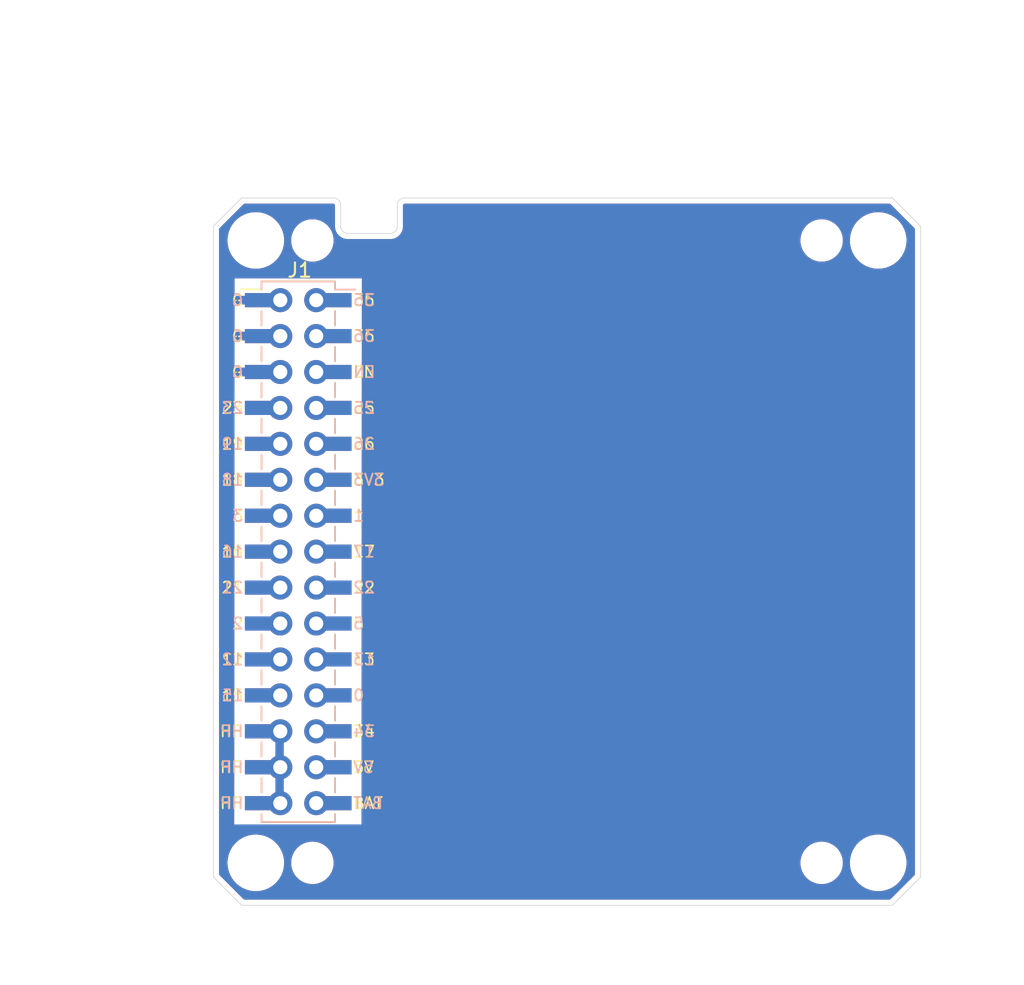
<source format=kicad_pcb>
(kicad_pcb (version 20211014) (generator pcbnew)
  (title_block (date "2022-10-23"))
  (layers (0 "F.Cu" signal) (31 "B.Cu" signal) (34 "B.Paste" user) (35 "F.Paste" user) (36 "B.SilkS" user "B.Silkscreen") (37 "F.SilkS" user "F.Silkscreen") (38 "B.Mask" user) (39 "F.Mask" user) (44 "Edge.Cuts" user))
  (net 0 "")
  (net 1 "/GPIO35")
  (net 2 "GND")
  (net 3 "/GPIO36")
  (net 4 "/EN")
  (net 5 "/GPIO25")
  (net 6 "/GPIO23")
  (net 7 "/GPIO26")
  (net 8 "/GPIO19")
  (net 9 "+3V3")
  (net 10 "/GPIO18")
  (net 11 "/GPIO1")
  (net 12 "/GPIO3")
  (net 13 "/GPIO17")
  (net 14 "/GPIO16")
  (net 15 "/GPIO22")
  (net 16 "/GPIO21")
  (net 17 "/GPIO5")
  (net 18 "/GPIO2")
  (net 19 "/GPIO13")
  (net 20 "/GPIO12")
  (net 21 "/GPIO0")
  (net 22 "/GPIO15")
  (net 23 "/GPIO34")
  (net 24 "VBUS")
  (net 25 "+5V")
  (net 26 "+BATT")
  (footprint "@bf:BF@M5Stack_MBUS" (layer "F.Cu") (at 108 127)
    (fp_text reference "J1" (at 0.1 -19.9) (layer "F.SilkS"))
    (fp_text value "M-BUS")
    (fp_text user "G" (at -3.81 -12.7 180) (layer "B.SilkS") (effects (font (size 0.8 0.8) (thickness 0.12)) (justify left mirror)))
    (fp_text user "HP" (at -3.81 12.7 180) (layer "B.SilkS") (effects (font (size 0.8 0.8) (thickness 0.12)) (justify left mirror)))
    (fp_text user "HP" (at -3.81 15.24 180) (layer "B.SilkS") (effects (font (size 0.8 0.8) (thickness 0.12)) (justify left mirror)))
    (fp_text user "36" (at 3.81 -15.24 180) (layer "B.SilkS") (effects (font (size 0.8 0.8) (thickness 0.12)) (justify right mirror)))
    (fp_text user "22" (at 3.81 2.54 180) (layer "B.SilkS") (effects (font (size 0.8 0.8) (thickness 0.12)) (justify right mirror)))
    (fp_text user "15" (at -3.81 10.16 180) (layer "B.SilkS") (effects (font (size 0.8 0.8) (thickness 0.12)) (justify left mirror)))
    (fp_text user "23" (at -3.81 -10.16 180) (layer "B.SilkS") (effects (font (size 0.8 0.8) (thickness 0.12)) (justify left mirror)))
    (fp_text user "16" (at -3.81 0 180) (layer "B.SilkS") (effects (font (size 0.8 0.8) (thickness 0.12)) (justify left mirror)))
    (fp_text user "25" (at 3.81 -10.16 180) (layer "B.SilkS") (effects (font (size 0.8 0.8) (thickness 0.12)) (justify right mirror)))
    (fp_text user "HP" (at -3.81 17.78 180) (layer "B.SilkS") (effects (font (size 0.8 0.8) (thickness 0.12)) (justify left mirror)))
    (fp_text user "12" (at -3.81 7.62 180) (layer "B.SilkS") (effects (font (size 0.8 0.8) (thickness 0.12)) (justify left mirror)))
    (fp_text user "17" (at 3.81 0 180) (layer "B.SilkS") (effects (font (size 0.8 0.8) (thickness 0.12)) (justify right mirror)))
    (fp_text user "EN" (at 3.81 -12.7 180) (layer "B.SilkS") (effects (font (size 0.8 0.8) (thickness 0.12)) (justify right mirror)))
    (fp_text user "G" (at -3.81 -15.24 180) (layer "B.SilkS") (effects (font (size 0.8 0.8) (thickness 0.12)) (justify left mirror)))
    (fp_text user "3V3" (at 3.81 -5.08 180) (layer "B.SilkS") (effects (font (size 0.8 0.8) (thickness 0.12)) (justify right mirror)))
    (fp_text user "2" (at -3.81 5.08 180) (layer "B.SilkS") (effects (font (size 0.8 0.8) (thickness 0.12)) (justify left mirror)))
    (fp_text user "26" (at 3.81 -7.62 180) (layer "B.SilkS") (effects (font (size 0.8 0.8) (thickness 0.12)) (justify right mirror)))
    (fp_text user "19" (at -3.81 -7.62 180) (layer "B.SilkS") (effects (font (size 0.8 0.8) (thickness 0.12)) (justify left mirror)))
    (fp_text user "18" (at -3.81 -5.08 180) (layer "B.SilkS") (effects (font (size 0.8 0.8) (thickness 0.12)) (justify left mirror)))
    (fp_text user "5V" (at 3.81 15.24 180) (layer "B.SilkS") (effects (font (size 0.8 0.8) (thickness 0.12)) (justify right mirror)))
    (fp_text user "21" (at -3.81 2.54 180) (layer "B.SilkS") (effects (font (size 0.8 0.8) (thickness 0.12)) (justify left mirror)))
    (fp_text user "13" (at 3.81 7.62 180) (layer "B.SilkS") (effects (font (size 0.8 0.8) (thickness 0.12)) (justify right mirror)))
    (fp_text user "BAT" (at 3.81 17.78 180) (layer "B.SilkS") (effects (font (size 0.8 0.8) (thickness 0.12)) (justify right mirror)))
    (fp_text user "G" (at -3.81 -17.78 180) (layer "B.SilkS") (effects (font (size 0.8 0.8) (thickness 0.12)) (justify left mirror)))
    (fp_text user "3" (at -3.81 -2.54 180) (layer "B.SilkS") (effects (font (size 0.8 0.8) (thickness 0.12)) (justify left mirror)))
    (fp_text user "35" (at 3.81 -17.78 180) (layer "B.SilkS") (effects (font (size 0.8 0.8) (thickness 0.12)) (justify right mirror)))
    (fp_text user "1" (at 3.81 -2.54 180) (layer "B.SilkS") (effects (font (size 0.8 0.8) (thickness 0.12)) (justify right mirror)))
    (fp_text user "0" (at 3.81 10.16 180) (layer "B.SilkS") (effects (font (size 0.8 0.8) (thickness 0.12)) (justify right mirror)))
    (fp_text user "5" (at 3.81 5.08 180) (layer "B.SilkS") (effects (font (size 0.8 0.8) (thickness 0.12)) (justify right mirror)))
    (fp_text user "34" (at 3.81 12.7 180) (layer "B.SilkS") (effects (font (size 0.8 0.8) (thickness 0.12)) (justify right mirror)))
    (fp_text user "13" (at 3.81 7.62) (layer "F.SilkS") (effects (font (size 0.8 0.8) (thickness 0.12)) (justify left)))
    (fp_text user "BAT" (at 3.81 17.78) (layer "F.SilkS") (effects (font (size 0.8 0.8) (thickness 0.12)) (justify left)))
    (fp_text user "G" (at -3.81 -17.78) (layer "F.SilkS") (effects (font (size 0.8 0.8) (thickness 0.12)) (justify right)))
    (fp_text user "15" (at -3.81 10.16) (layer "F.SilkS") (effects (font (size 0.8 0.8) (thickness 0.12)) (justify right)))
    (fp_text user "HP" (at -3.81 15.24) (layer "F.SilkS") (effects (font (size 0.8 0.8) (thickness 0.12)) (justify right)))
    (fp_text user "EN" (at 3.81 -12.7) (layer "F.SilkS") (effects (font (size 0.8 0.8) (thickness 0.12)) (justify left)))
    (fp_text user "19" (at -3.81 -7.62) (layer "F.SilkS") (effects (font (size 0.8 0.8) (thickness 0.12)) (justify right)))
    (fp_text user "3V3" (at 3.81 -5.08) (layer "F.SilkS") (effects (font (size 0.8 0.8) (thickness 0.12)) (justify left)))
    (fp_text user "5V" (at 3.81 15.24) (layer "F.SilkS") (effects (font (size 0.8 0.8) (thickness 0.12)) (justify left)))
    (fp_text user "18" (at -3.81 -5.08) (layer "F.SilkS") (effects (font (size 0.8 0.8) (thickness 0.12)) (justify right)))
    (fp_text user "23" (at -3.81 -10.16) (layer "F.SilkS") (effects (font (size 0.8 0.8) (thickness 0.12)) (justify right)))
    (fp_text user "35" (at 3.81 -17.78) (layer "F.SilkS") (effects (font (size 0.8 0.8) (thickness 0.12)) (justify left)))
    (fp_text user "3" (at -3.81 -2.54) (layer "F.SilkS") (effects (font (size 0.8 0.8) (thickness 0.12)) (justify right)))
    (fp_text user "26" (at 3.81 -7.62) (layer "F.SilkS") (effects (font (size 0.8 0.8) (thickness 0.12)) (justify left)))
    (fp_text user "22" (at 3.81 2.54) (layer "F.SilkS") (effects (font (size 0.8 0.8) (thickness 0.12)) (justify left)))
    (fp_text user "12" (at -3.81 7.62) (layer "F.SilkS") (effects (font (size 0.8 0.8) (thickness 0.12)) (justify right)))
    (fp_text user "21" (at -3.81 2.54) (layer "F.SilkS") (effects (font (size 0.8 0.8) (thickness 0.12)) (justify right)))
    (fp_text user "HP" (at -3.81 17.78) (layer "F.SilkS") (effects (font (size 0.8 0.8) (thickness 0.12)) (justify right)))
    (fp_text user "0" (at 3.81 10.16) (layer "F.SilkS") (effects (font (size 0.8 0.8) (thickness 0.12)) (justify left)))
    (fp_text user "34" (at 3.81 12.7) (layer "F.SilkS") (effects (font (size 0.8 0.8) (thickness 0.12)) (justify left)))
    (fp_text user "17" (at 3.81 0) (layer "F.SilkS") (effects (font (size 0.8 0.8) (thickness 0.12)) (justify left)))
    (fp_text user "1" (at 3.81 -2.54) (layer "F.SilkS") (effects (font (size 0.8 0.8) (thickness 0.12)) (justify left)))
    (fp_text user "2" (at -3.81 5.08) (layer "F.SilkS") (effects (font (size 0.8 0.8) (thickness 0.12)) (justify right)))
    (fp_text user "HP" (at -3.81 12.7) (layer "F.SilkS") (effects (font (size 0.8 0.8) (thickness 0.12)) (justify right)))
    (fp_text user "36" (at 3.81 -15.24) (layer "F.SilkS") (effects (font (size 0.8 0.8) (thickness 0.12)) (justify left)))
    (fp_text user "16" (at -3.81 0) (layer "F.SilkS") (effects (font (size 0.8 0.8) (thickness 0.12)) (justify right)))
    (fp_text user "5" (at 3.81 5.08) (layer "F.SilkS") (effects (font (size 0.8 0.8) (thickness 0.12)) (justify left)))
    (fp_text user "G" (at -3.81 -12.7) (layer "F.SilkS") (effects (font (size 0.8 0.8) (thickness 0.12)) (justify right)))
    (fp_text user "25" (at 3.81 -10.16) (layer "F.SilkS") (effects (font (size 0.8 0.8) (thickness 0.12)) (justify left)))
    (fp_text user "G" (at -3.81 -15.24) (layer "F.SilkS") (effects (font (size 0.8 0.8) (thickness 0.12)) (justify right)))
    (fp_line (start -2.6 18.55) (end -2.6 19.12) (layer "B.SilkS") (width 0.12))
    (fp_line (start 2.6 -1.77) (end 2.6 -0.75) (layer "B.SilkS") (width 0.12))
    (fp_line (start -2.6 13.47) (end -2.6 14.49) (layer "B.SilkS") (width 0.12))
    (fp_line (start -2.6 -19.1) (end -2.6 -18.53) (layer "B.SilkS") (width 0.12))
    (fp_line (start -2.6 -17.01) (end -2.6 -15.99) (layer "B.SilkS") (width 0.12))
    (fp_line (start 2.6 -19.1) (end -2.6 -19.1) (layer "B.SilkS") (width 0.12))
    (fp_line (start 2.6 13.47) (end 2.6 14.49) (layer "B.SilkS") (width 0.12))
    (fp_line (start 2.6 16.01) (end 2.6 17.03) (layer "B.SilkS") (width 0.12))
    (fp_line (start 2.6 -14.47) (end 2.6 -13.45) (layer "B.SilkS") (width 0.12))
    (fp_line (start -2.6 0.77) (end -2.6 1.79) (layer "B.SilkS") (width 0.12))
    (fp_line (start -2.6 5.85) (end -2.6 6.87) (layer "B.SilkS") (width 0.12))
    (fp_line (start 2.6 -17.01) (end 2.6 -15.99) (layer "B.SilkS") (width 0.12))
    (fp_line (start 4.04 -18.53) (end 2.6 -18.53) (layer "B.SilkS") (width 0.12))
    (fp_line (start 2.6 -4.31) (end 2.6 -3.29) (layer "B.SilkS") (width 0.12))
    (fp_line (start 2.6 5.85) (end 2.6 6.87) (layer "B.SilkS") (width 0.12))
    (fp_line (start 2.6 -11.93) (end 2.6 -10.91) (layer "B.SilkS") (width 0.12))
    (fp_line (start -2.6 -14.47) (end -2.6 -13.45) (layer "B.SilkS") (width 0.12))
    (fp_line (start -2.6 -6.85) (end -2.6 -5.83) (layer "B.SilkS") (width 0.12))
    (fp_line (start 2.6 -6.85) (end 2.6 -5.83) (layer "B.SilkS") (width 0.12))
    (fp_line (start -2.6 -9.39) (end -2.6 -8.37) (layer "B.SilkS") (width 0.12))
    (fp_line (start 2.6 19.12) (end -2.6 19.12) (layer "B.SilkS") (width 0.12))
    (fp_line (start -2.6 16.01) (end -2.6 17.03) (layer "B.SilkS") (width 0.12))
    (fp_line (start 2.6 -19.1) (end 2.6 -18.53) (layer "B.SilkS") (width 0.12))
    (fp_line (start 2.6 8.39) (end 2.6 9.41) (layer "B.SilkS") (width 0.12))
    (fp_line (start 2.6 -9.39) (end 2.6 -8.37) (layer "B.SilkS") (width 0.12))
    (fp_line (start 2.6 10.93) (end 2.6 11.95) (layer "B.SilkS") (width 0.12))
    (fp_line (start -2.6 10.93) (end -2.6 11.95) (layer "B.SilkS") (width 0.12))
    (fp_line (start 2.6 0.77) (end 2.6 1.79) (layer "B.SilkS") (width 0.12))
    (fp_line (start 2.6 3.31) (end 2.6 4.33) (layer "B.SilkS") (width 0.12))
    (fp_line (start -2.6 -4.31) (end -2.6 -3.29) (layer "B.SilkS") (width 0.12))
    (fp_line (start 2.6 18.55) (end 2.6 19.12) (layer "B.SilkS") (width 0.12))
    (fp_line (start -2.6 -1.77) (end -2.6 -0.75) (layer "B.SilkS") (width 0.12))
    (fp_line (start -2.6 3.31) (end -2.6 4.33) (layer "B.SilkS") (width 0.12))
    (fp_line (start -2.6 -11.93) (end -2.6 -10.91) (layer "B.SilkS") (width 0.12))
    (fp_line (start -2.6 8.39) (end -2.6 9.41) (layer "B.SilkS") (width 0.12))
    (fp_line (start 2.6 13.46) (end 2.6 14.48) (layer "F.SilkS") (width 0.12))
    (fp_line (start 2.6 3.3) (end 2.6 4.32) (layer "F.SilkS") (width 0.12))
    (fp_line (start 2.6 -19.11) (end 2.6 -18.54) (layer "F.SilkS") (width 0.12))
    (fp_line (start -2.6 -6.86) (end -2.6 -5.84) (layer "F.SilkS") (width 0.12))
    (fp_line (start -2.6 10.92) (end -2.6 11.94) (layer "F.SilkS") (width 0.12))
    (fp_line (start 2.6 -6.86) (end 2.6 -5.84) (layer "F.SilkS") (width 0.12))
    (fp_line (start -2.6 -14.48) (end -2.6 -13.46) (layer "F.SilkS") (width 0.12))
    (fp_line (start -2.6 -9.4) (end -2.6 -8.38) (layer "F.SilkS") (width 0.12))
    (fp_line (start -2.6 19.11) (end 2.6 19.11) (layer "F.SilkS") (width 0.12))
    (fp_line (start -2.6 -11.94) (end -2.6 -10.92) (layer "F.SilkS") (width 0.12))
    (fp_line (start -2.6 0.76) (end -2.6 1.78) (layer "F.SilkS") (width 0.12))
    (fp_line (start -4.04 -18.54) (end -2.6 -18.54) (layer "F.SilkS") (width 0.12))
    (fp_line (start -2.6 -19.11) (end -2.6 -18.54) (layer "F.SilkS") (width 0.12))
    (fp_line (start 2.6 -1.78) (end 2.6 -0.76) (layer "F.SilkS") (width 0.12))
    (fp_line (start -2.6 -1.78) (end -2.6 -0.76) (layer "F.SilkS") (width 0.12))
    (fp_line (start -2.6 8.38) (end -2.6 9.4) (layer "F.SilkS") (width 0.12))
    (fp_line (start 2.6 -17.02) (end 2.6 -16) (layer "F.SilkS") (width 0.12))
    (fp_line (start -2.6 18.54) (end -2.6 19.11) (layer "F.SilkS") (width 0.12))
    (fp_line (start 2.6 -9.4) (end 2.6 -8.38) (layer "F.SilkS") (width 0.12))
    (fp_line (start 2.6 16) (end 2.6 17.02) (layer "F.SilkS") (width 0.12))
    (fp_line (start 2.6 -14.48) (end 2.6 -13.46) (layer "F.SilkS") (width 0.12))
    (fp_line (start 2.6 5.84) (end 2.6 6.86) (layer "F.SilkS") (width 0.12))
    (fp_line (start 2.6 18.54) (end 2.6 19.11) (layer "F.SilkS") (width 0.12))
    (fp_line (start 2.6 10.92) (end 2.6 11.94) (layer "F.SilkS") (width 0.12))
    (fp_line (start 2.6 -4.32) (end 2.6 -3.3) (layer "F.SilkS") (width 0.12))
    (fp_line (start -2.6 3.3) (end -2.6 4.32) (layer "F.SilkS") (width 0.12))
    (fp_line (start 2.6 0.76) (end 2.6 1.78) (layer "F.SilkS") (width 0.12))
    (fp_line (start 2.6 -11.94) (end 2.6 -10.92) (layer "F.SilkS") (width 0.12))
    (fp_line (start -2.6 -17.02) (end -2.6 -16) (layer "F.SilkS") (width 0.12))
    (fp_line (start -2.6 -19.11) (end 2.6 -19.11) (layer "F.SilkS") (width 0.12))
    (fp_line (start -2.6 16) (end -2.6 17.02) (layer "F.SilkS") (width 0.12))
    (fp_line (start -2.6 13.46) (end -2.6 14.48) (layer "F.SilkS") (width 0.12))
    (fp_line (start -2.6 5.84) (end -2.6 6.86) (layer "F.SilkS") (width 0.12))
    (fp_line (start 2.6 8.38) (end 2.6 9.4) (layer "F.SilkS") (width 0.12))
    (fp_line (start -2.6 -4.32) (end -2.6 -3.3) (layer "F.SilkS") (width 0.12))
    (pad "" np_thru_hole circle (at 0 -13.97 180) (size 1 1) (drill 1) (layers F&B.Cu *.Mask))
    (pad "" np_thru_hole circle (at 0 -16.51 180) (size 1 1) (drill 1) (layers F&B.Cu *.Mask))
    (pad "" np_thru_hole circle (at 0 13.97 180) (size 1 1) (drill 1) (layers *.Cu *.Mask))
    (pad "" np_thru_hole circle (at 0 16.51 180) (size 1 1) (drill 1) (layers *.Cu *.Mask))
    (pad "1" smd custom (at 1.27 -17.78 180) (size 1 1) (layers "F.Cu" "F.Mask") (net 1 "/GPIO35") (options (clearance outline) (anchor rect)) (primitives (gr_poly (pts (xy 0.5 0.5) (xy 0.5 -0.5) (xy -2.5 -0.5) (xy -2.5 0.5)) (width 0) (fill yes))))
    (pad "1" thru_hole circle (at 1.27 -17.78 180) (size 1.7 1.7) (drill 1) (layers *.Cu *.Mask) (net 1 "/GPIO35"))
    (pad "1" smd custom (at 1.27 -17.78 180) (size 1 1) (layers "B.Cu" "B.Mask") (net 1 "/GPIO35") (options (clearance outline) (anchor rect)) (primitives (gr_poly (pts (xy 0.5 0.5) (xy 0.5 -0.5) (xy -2.5 -0.5) (xy -2.5 0.5)) (width 0) (fill yes))))
    (pad "2" thru_hole circle (at -1.27 -17.78) (size 1.7 1.7) (drill 1) (layers *.Cu *.Mask) (net 2 "GND"))
    (pad "2" smd custom (at -1.27 -17.78) (size 1 1) (layers "F.Cu" "F.Mask") (net 2 "GND") (options (clearance outline) (anchor rect)) (primitives (gr_poly (pts (xy 0.5 0.5) (xy 0.5 -0.5) (xy -2.5 -0.5) (xy -2.5 0.5)) (width 0) (fill yes))))
    (pad "2" smd custom (at -1.27 -17.78) (size 1 1) (layers "B.Cu" "B.Mask") (net 2 "GND") (options (clearance outline) (anchor rect)) (primitives (gr_poly (pts (xy 0.5 0.5) (xy 0.5 -0.5) (xy -2.5 -0.5) (xy -2.5 0.5)) (width 0) (fill yes))))
    (pad "3" smd custom (at 1.27 -15.24 180) (size 1 1) (layers "B.Cu" "B.Mask") (net 3 "/GPIO36") (options (clearance outline) (anchor rect)) (primitives (gr_poly (pts (xy 0.5 0.5) (xy 0.5 -0.5) (xy -2.5 -0.5) (xy -2.5 0.5)) (width 0) (fill yes))))
    (pad "3" smd custom (at 1.27 -15.24 180) (size 1 1) (layers "F.Cu" "F.Mask") (net 3 "/GPIO36") (options (clearance outline) (anchor rect)) (primitives (gr_poly (pts (xy 0.5 0.5) (xy 0.5 -0.5) (xy -2.5 -0.5) (xy -2.5 0.5)) (width 0) (fill yes))))
    (pad "3" thru_hole circle (at 1.27 -15.24 180) (size 1.7 1.7) (drill 1) (layers *.Cu *.Mask) (net 3 "/GPIO36"))
    (pad "4" smd custom (at -1.27 -15.24) (size 1 1) (layers "B.Cu" "B.Mask") (net 2 "GND") (options (clearance outline) (anchor rect)) (primitives (gr_poly (pts (xy 0.5 0.5) (xy 0.5 -0.5) (xy -2.5 -0.5) (xy -2.5 0.5)) (width 0) (fill yes))))
    (pad "4" smd custom (at -1.27 -15.24) (size 1 1) (layers "F.Cu" "F.Mask") (net 2 "GND") (options (clearance outline) (anchor rect)) (primitives (gr_poly (pts (xy 0.5 0.5) (xy 0.5 -0.5) (xy -2.5 -0.5) (xy -2.5 0.5)) (width 0) (fill yes))))
    (pad "4" thru_hole circle (at -1.27 -15.24) (size 1.7 1.7) (drill 1) (layers *.Cu *.Mask) (net 2 "GND"))
    (pad "5" smd custom (at 1.27 -12.7 180) (size 1 1) (layers "F.Cu" "F.Mask") (net 4 "/EN") (options (clearance outline) (anchor rect)) (primitives (gr_poly (pts (xy 0.5 0.5) (xy 0.5 -0.5) (xy -2.5 -0.5) (xy -2.5 0.5)) (width 0) (fill yes))))
    (pad "5" thru_hole circle (at 1.27 -12.7 180) (size 1.7 1.7) (drill 1) (layers *.Cu *.Mask) (net 4 "/EN"))
    (pad "5" smd custom (at 1.27 -12.7 180) (size 1 1) (layers "B.Cu" "B.Mask") (net 4 "/EN") (options (clearance outline) (anchor rect)) (primitives (gr_poly (pts (xy 0.5 0.5) (xy 0.5 -0.5) (xy -2.5 -0.5) (xy -2.5 0.5)) (width 0) (fill yes))))
    (pad "6" thru_hole circle (at -1.27 -12.7) (size 1.7 1.7) (drill 1) (layers *.Cu *.Mask) (net 2 "GND"))
    (pad "6" smd custom (at -1.27 -12.7) (size 1 1) (layers "B.Cu" "B.Mask") (net 2 "GND") (options (clearance outline) (anchor rect)) (primitives (gr_poly (pts (xy 0.5 0.5) (xy 0.5 -0.5) (xy -2.5 -0.5) (xy -2.5 0.5)) (width 0) (fill yes))))
    (pad "6" smd custom (at -1.27 -12.7) (size 1 1) (layers "F.Cu" "F.Mask") (net 2 "GND") (options (clearance outline) (anchor rect)) (primitives (gr_poly (pts (xy 0.5 0.5) (xy 0.5 -0.5) (xy -2.5 -0.5) (xy -2.5 0.5)) (width 0) (fill yes))))
    (pad "7" thru_hole circle (at 1.27 -10.16 180) (size 1.7 1.7) (drill 1) (layers *.Cu *.Mask) (net 5 "/GPIO25"))
    (pad "7" smd custom (at 1.27 -10.16 180) (size 1 1) (layers "F.Cu" "F.Mask") (net 5 "/GPIO25") (options (clearance outline) (anchor rect)) (primitives (gr_poly (pts (xy 0.5 0.5) (xy 0.5 -0.5) (xy -2.5 -0.5) (xy -2.5 0.5)) (width 0) (fill yes))))
    (pad "7" smd custom (at 1.27 -10.16 180) (size 1 1) (layers "B.Cu" "B.Mask") (net 5 "/GPIO25") (options (clearance outline) (anchor rect)) (primitives (gr_poly (pts (xy 0.5 0.5) (xy 0.5 -0.5) (xy -2.5 -0.5) (xy -2.5 0.5)) (width 0) (fill yes))))
    (pad "8" smd custom (at -1.27 -10.16) (size 1 1) (layers "F.Cu" "F.Mask") (net 6 "/GPIO23") (options (clearance outline) (anchor rect)) (primitives (gr_poly (pts (xy 0.5 0.5) (xy 0.5 -0.5) (xy -2.5 -0.5) (xy -2.5 0.5)) (width 0) (fill yes))))
    (pad "8" thru_hole circle (at -1.27 -10.16) (size 1.7 1.7) (drill 1) (layers *.Cu *.Mask) (net 6 "/GPIO23"))
    (pad "8" smd custom (at -1.27 -10.16) (size 1 1) (layers "B.Cu" "B.Mask") (net 6 "/GPIO23") (options (clearance outline) (anchor rect)) (primitives (gr_poly (pts (xy 0.5 0.5) (xy 0.5 -0.5) (xy -2.5 -0.5) (xy -2.5 0.5)) (width 0) (fill yes))))
    (pad "9" thru_hole circle (at 1.27 -7.62 180) (size 1.7 1.7) (drill 1) (layers *.Cu *.Mask) (net 7 "/GPIO26"))
    (pad "9" smd custom (at 1.27 -7.62 180) (size 1 1) (layers "B.Cu" "B.Mask") (net 7 "/GPIO26") (options (clearance outline) (anchor rect)) (primitives (gr_poly (pts (xy 0.5 0.5) (xy 0.5 -0.5) (xy -2.5 -0.5) (xy -2.5 0.5)) (width 0) (fill yes))))
    (pad "9" smd custom (at 1.27 -7.62 180) (size 1 1) (layers "F.Cu" "F.Mask") (net 7 "/GPIO26") (options (clearance outline) (anchor rect)) (primitives (gr_poly (pts (xy 0.5 0.5) (xy 0.5 -0.5) (xy -2.5 -0.5) (xy -2.5 0.5)) (width 0) (fill yes))))
    (pad "10" smd custom (at -1.27 -7.62) (size 1 1) (layers "F.Cu" "F.Mask") (net 8 "/GPIO19") (options (clearance outline) (anchor rect)) (primitives (gr_poly (pts (xy 0.5 0.5) (xy 0.5 -0.5) (xy -2.5 -0.5) (xy -2.5 0.5)) (width 0) (fill yes))))
    (pad "10" smd custom (at -1.27 -7.62) (size 1 1) (layers "B.Cu" "B.Mask") (net 8 "/GPIO19") (options (clearance outline) (anchor rect)) (primitives (gr_poly (pts (xy 0.5 0.5) (xy 0.5 -0.5) (xy -2.5 -0.5) (xy -2.5 0.5)) (width 0) (fill yes))))
    (pad "10" thru_hole circle (at -1.27 -7.62) (size 1.7 1.7) (drill 1) (layers *.Cu *.Mask) (net 8 "/GPIO19"))
    (pad "11" smd custom (at 1.27 -5.08 180) (size 1 1) (layers "F.Cu" "F.Mask") (net 9 "+3V3") (options (clearance outline) (anchor rect)) (primitives (gr_poly (pts (xy 0.5 0.5) (xy 0.5 -0.5) (xy -2.5 -0.5) (xy -2.5 0.5)) (width 0) (fill yes))))
    (pad "11" smd custom (at 1.27 -5.08 180) (size 1 1) (layers "B.Cu" "B.Mask") (net 9 "+3V3") (options (clearance outline) (anchor rect)) (primitives (gr_poly (pts (xy 0.5 0.5) (xy 0.5 -0.5) (xy -2.5 -0.5) (xy -2.5 0.5)) (width 0) (fill yes))))
    (pad "11" thru_hole circle (at 1.27 -5.08 180) (size 1.7 1.7) (drill 1) (layers *.Cu *.Mask) (net 9 "+3V3"))
    (pad "12" thru_hole circle (at -1.27 -5.08) (size 1.7 1.7) (drill 1) (layers *.Cu *.Mask) (net 10 "/GPIO18"))
    (pad "12" smd custom (at -1.27 -5.08) (size 1 1) (layers "F.Cu" "F.Mask") (net 10 "/GPIO18") (options (clearance outline) (anchor rect)) (primitives (gr_poly (pts (xy 0.5 0.5) (xy 0.5 -0.5) (xy -2.5 -0.5) (xy -2.5 0.5)) (width 0) (fill yes))))
    (pad "12" smd custom (at -1.27 -5.08) (size 1 1) (layers "B.Cu" "B.Mask") (net 10 "/GPIO18") (options (clearance outline) (anchor rect)) (primitives (gr_poly (pts (xy 0.5 0.5) (xy 0.5 -0.5) (xy -2.5 -0.5) (xy -2.5 0.5)) (width 0) (fill yes))))
    (pad "13" thru_hole circle (at 1.27 -2.54 180) (size 1.7 1.7) (drill 1) (layers *.Cu *.Mask) (net 11 "/GPIO1"))
    (pad "13" smd custom (at 1.27 -2.54 180) (size 1 1) (layers "B.Cu" "B.Mask") (net 11 "/GPIO1") (options (clearance outline) (anchor rect)) (primitives (gr_poly (pts (xy 0.5 0.5) (xy 0.5 -0.5) (xy -2.5 -0.5) (xy -2.5 0.5)) (width 0) (fill yes))))
    (pad "13" smd custom (at 1.27 -2.54 180) (size 1 1) (layers "F.Cu" "F.Mask") (net 11 "/GPIO1") (options (clearance outline) (anchor rect)) (primitives (gr_poly (pts (xy 0.5 0.5) (xy 0.5 -0.5) (xy -2.5 -0.5) (xy -2.5 0.5)) (width 0) (fill yes))))
    (pad "14" smd custom (at -1.27 -2.54) (size 1 1) (layers "B.Cu" "B.Mask") (net 12 "/GPIO3") (options (clearance outline) (anchor rect)) (primitives (gr_poly (pts (xy 0.5 0.5) (xy 0.5 -0.5) (xy -2.5 -0.5) (xy -2.5 0.5)) (width 0) (fill yes))))
    (pad "14" thru_hole circle (at -1.27 -2.54) (size 1.7 1.7) (drill 1) (layers *.Cu *.Mask) (net 12 "/GPIO3"))
    (pad "14" smd custom (at -1.27 -2.54) (size 1 1) (layers "F.Cu" "F.Mask") (net 12 "/GPIO3") (options (clearance outline) (anchor rect)) (primitives (gr_poly (pts (xy 0.5 0.5) (xy 0.5 -0.5) (xy -2.5 -0.5) (xy -2.5 0.5)) (width 0) (fill yes))))
    (pad "15" thru_hole circle (at 1.27 0 180) (size 1.7 1.7) (drill 1) (layers *.Cu *.Mask) (net 13 "/GPIO17"))
    (pad "15" smd custom (at 1.27 0 180) (size 1 1) (layers "B.Cu" "B.Mask") (net 13 "/GPIO17") (options (clearance outline) (anchor rect)) (primitives (gr_poly (pts (xy 0.5 0.5) (xy 0.5 -0.5) (xy -2.5 -0.5) (xy -2.5 0.5)) (width 0) (fill yes))))
    (pad "15" smd custom (at 1.27 0 180) (size 1 1) (layers "F.Cu" "F.Mask") (net 13 "/GPIO17") (options (clearance outline) (anchor rect)) (primitives (gr_poly (pts (xy 0.5 0.5) (xy 0.5 -0.5) (xy -2.5 -0.5) (xy -2.5 0.5)) (width 0) (fill yes))))
    (pad "16" smd custom (at -1.27 0) (size 1 1) (layers "B.Cu" "B.Mask") (net 14 "/GPIO16") (options (clearance outline) (anchor rect)) (primitives (gr_poly (pts (xy 0.5 0.5) (xy 0.5 -0.5) (xy -2.5 -0.5) (xy -2.5 0.5)) (width 0) (fill yes))))
    (pad "16" smd custom (at -1.27 0) (size 1 1) (layers "F.Cu" "F.Mask") (net 14 "/GPIO16") (options (clearance outline) (anchor rect)) (primitives (gr_poly (pts (xy 0.5 0.5) (xy 0.5 -0.5) (xy -2.5 -0.5) (xy -2.5 0.5)) (width 0) (fill yes))))
    (pad "16" thru_hole circle (at -1.27 0) (size 1.7 1.7) (drill 1) (layers *.Cu *.Mask) (net 14 "/GPIO16"))
    (pad "17" smd custom (at 1.27 2.54 180) (size 1 1) (layers "B.Cu" "B.Mask") (net 15 "/GPIO22") (options (clearance outline) (anchor rect)) (primitives (gr_poly (pts (xy 0.5 0.5) (xy 0.5 -0.5) (xy -2.5 -0.5) (xy -2.5 0.5)) (width 0) (fill yes))))
    (pad "17" thru_hole circle (at 1.27 2.54 180) (size 1.7 1.7) (drill 1) (layers *.Cu *.Mask) (net 15 "/GPIO22"))
    (pad "17" smd custom (at 1.27 2.54 180) (size 1 1) (layers "F.Cu" "F.Mask") (net 15 "/GPIO22") (options (clearance outline) (anchor rect)) (primitives (gr_poly (pts (xy 0.5 0.5) (xy 0.5 -0.5) (xy -2.5 -0.5) (xy -2.5 0.5)) (width 0) (fill yes))))
    (pad "18" smd custom (at -1.27 2.54) (size 1 1) (layers "F.Cu" "F.Mask") (net 16 "/GPIO21") (options (clearance outline) (anchor rect)) (primitives (gr_poly (pts (xy 0.5 0.5) (xy 0.5 -0.5) (xy -2.5 -0.5) (xy -2.5 0.5)) (width 0) (fill yes))))
    (pad "18" smd custom (at -1.27 2.54) (size 1 1) (layers "B.Cu" "B.Mask") (net 16 "/GPIO21") (options (clearance outline) (anchor rect)) (primitives (gr_poly (pts (xy 0.5 0.5) (xy 0.5 -0.5) (xy -2.5 -0.5) (xy -2.5 0.5)) (width 0) (fill yes))))
    (pad "18" thru_hole circle (at -1.27 2.54) (size 1.7 1.7) (drill 1) (layers *.Cu *.Mask) (net 16 "/GPIO21"))
    (pad "19" thru_hole circle (at 1.27 5.08 180) (size 1.7 1.7) (drill 1) (layers *.Cu *.Mask) (net 17 "/GPIO5"))
    (pad "19" smd custom (at 1.27 5.08 180) (size 1 1) (layers "F.Cu" "F.Mask") (net 17 "/GPIO5") (options (clearance outline) (anchor rect)) (primitives (gr_poly (pts (xy 0.5 0.5) (xy 0.5 -0.5) (xy -2.5 -0.5) (xy -2.5 0.5)) (width 0) (fill yes))))
    (pad "19" smd custom (at 1.27 5.08 180) (size 1 1) (layers "B.Cu" "B.Mask") (net 17 "/GPIO5") (options (clearance outline) (anchor rect)) (primitives (gr_poly (pts (xy 0.5 0.5) (xy 0.5 -0.5) (xy -2.5 -0.5) (xy -2.5 0.5)) (width 0) (fill yes))))
    (pad "20" thru_hole circle (at -1.27 5.08) (size 1.7 1.7) (drill 1) (layers *.Cu *.Mask) (net 18 "/GPIO2"))
    (pad "20" smd custom (at -1.27 5.08) (size 1 1) (layers "F.Cu" "F.Mask") (net 18 "/GPIO2") (options (clearance outline) (anchor rect)) (primitives (gr_poly (pts (xy 0.5 0.5) (xy 0.5 -0.5) (xy -2.5 -0.5) (xy -2.5 0.5)) (width 0) (fill yes))))
    (pad "20" smd custom (at -1.27 5.08) (size 1 1) (layers "B.Cu" "B.Mask") (net 18 "/GPIO2") (options (clearance outline) (anchor rect)) (primitives (gr_poly (pts (xy 0.5 0.5) (xy 0.5 -0.5) (xy -2.5 -0.5) (xy -2.5 0.5)) (width 0) (fill yes))))
    (pad "21" smd custom (at 1.27 7.62 180) (size 1 1) (layers "B.Cu" "B.Mask") (net 19 "/GPIO13") (options (clearance outline) (anchor rect)) (primitives (gr_poly (pts (xy 0.5 0.5) (xy 0.5 -0.5) (xy -2.5 -0.5) (xy -2.5 0.5)) (width 0) (fill yes))))
    (pad "21" smd custom (at 1.27 7.62 180) (size 1 1) (layers "F.Cu" "F.Mask") (net 19 "/GPIO13") (options (clearance outline) (anchor rect)) (primitives (gr_poly (pts (xy 0.5 0.5) (xy 0.5 -0.5) (xy -2.5 -0.5) (xy -2.5 0.5)) (width 0) (fill yes))))
    (pad "21" thru_hole circle (at 1.27 7.62 180) (size 1.7 1.7) (drill 1) (layers *.Cu *.Mask) (net 19 "/GPIO13"))
    (pad "22" thru_hole circle (at -1.27 7.62) (size 1.7 1.7) (drill 1) (layers *.Cu *.Mask) (net 20 "/GPIO12"))
    (pad "22" smd custom (at -1.27 7.62) (size 1 1) (layers "F.Cu" "F.Mask") (net 20 "/GPIO12") (options (clearance outline) (anchor rect)) (primitives (gr_poly (pts (xy 0.5 0.5) (xy 0.5 -0.5) (xy -2.5 -0.5) (xy -2.5 0.5)) (width 0) (fill yes))))
    (pad "22" smd custom (at -1.27 7.62) (size 1 1) (layers "B.Cu" "B.Mask") (net 20 "/GPIO12") (options (clearance outline) (anchor rect)) (primitives (gr_poly (pts (xy 0.5 0.5) (xy 0.5 -0.5) (xy -2.5 -0.5) (xy -2.5 0.5)) (width 0) (fill yes))))
    (pad "23" smd custom (at 1.27 10.16 180) (size 1 1) (layers "B.Cu" "B.Mask") (net 21 "/GPIO0") (options (clearance outline) (anchor rect)) (primitives (gr_poly (pts (xy 0.5 0.5) (xy 0.5 -0.5) (xy -2.5 -0.5) (xy -2.5 0.5)) (width 0) (fill yes))))
    (pad "23" smd custom (at 1.27 10.16 180) (size 1 1) (layers "F.Cu" "F.Mask") (net 21 "/GPIO0") (options (clearance outline) (anchor rect)) (primitives (gr_poly (pts (xy 0.5 0.5) (xy 0.5 -0.5) (xy -2.5 -0.5) (xy -2.5 0.5)) (width 0) (fill yes))))
    (pad "23" thru_hole circle (at 1.27 10.16 180) (size 1.7 1.7) (drill 1) (layers *.Cu *.Mask) (net 21 "/GPIO0"))
    (pad "24" thru_hole circle (at -1.27 10.16) (size 1.7 1.7) (drill 1) (layers *.Cu *.Mask) (net 22 "/GPIO15"))
    (pad "24" smd custom (at -1.27 10.16) (size 1 1) (layers "F.Cu" "F.Mask") (net 22 "/GPIO15") (options (clearance outline) (anchor rect)) (primitives (gr_poly (pts (xy 0.5 0.5) (xy 0.5 -0.5) (xy -2.5 -0.5) (xy -2.5 0.5)) (width 0) (fill yes))))
    (pad "24" smd custom (at -1.27 10.16) (size 1 1) (layers "B.Cu" "B.Mask") (net 22 "/GPIO15") (options (clearance outline) (anchor rect)) (primitives (gr_poly (pts (xy 0.5 0.5) (xy 0.5 -0.5) (xy -2.5 -0.5) (xy -2.5 0.5)) (width 0) (fill yes))))
    (pad "25" smd custom (at 1.27 12.7 180) (size 1 1) (layers "B.Cu" "B.Mask") (net 23 "/GPIO34") (options (clearance outline) (anchor rect)) (primitives (gr_poly (pts (xy 0.5 0.5) (xy 0.5 -0.5) (xy -2.5 -0.5) (xy -2.5 0.5)) (width 0) (fill yes))))
    (pad "25" smd custom (at 1.27 12.7 180) (size 1 1) (layers "F.Cu" "F.Mask") (net 23 "/GPIO34") (options (clearance outline) (anchor rect)) (primitives (gr_poly (pts (xy 0.5 0.5) (xy 0.5 -0.5) (xy -2.5 -0.5) (xy -2.5 0.5)) (width 0) (fill yes))))
    (pad "25" thru_hole circle (at 1.27 12.7 180) (size 1.7 1.7) (drill 1) (layers *.Cu *.Mask) (net 23 "/GPIO34"))
    (pad "26" smd custom (at -1.27 12.7) (size 1 1) (layers "B.Cu" "B.Mask") (net 24 "VBUS") (options (clearance outline) (anchor rect)) (primitives (gr_poly (pts (xy 0.5 0.5) (xy 0.5 -0.5) (xy -2.5 -0.5) (xy -2.5 0.5)) (width 0) (fill yes))))
    (pad "26" smd custom (at -1.27 12.7) (size 1 1) (layers "F.Cu" "F.Mask") (net 24 "VBUS") (options (clearance outline) (anchor rect)) (primitives (gr_poly (pts (xy 0.5 0.5) (xy 0.5 -0.5) (xy -2.5 -0.5) (xy -2.5 0.5)) (width 0) (fill yes))))
    (pad "26" thru_hole circle (at -1.27 12.7) (size 1.7 1.7) (drill 1) (layers *.Cu *.Mask) (net 24 "VBUS"))
    (pad "27" smd custom (at 1.27 15.24 180) (size 1 1) (layers "B.Cu" "B.Mask") (net 25 "+5V") (options (clearance outline) (anchor rect)) (primitives (gr_poly (pts (xy 0.5 0.5) (xy 0.5 -0.5) (xy -2.5 -0.5) (xy -2.5 0.5)) (width 0) (fill yes))))
    (pad "27" smd custom (at 1.27 15.24 180) (size 1 1) (layers "F.Cu" "F.Mask") (net 25 "+5V") (options (clearance outline) (anchor rect)) (primitives (gr_poly (pts (xy 0.5 0.5) (xy 0.5 -0.5) (xy -2.5 -0.5) (xy -2.5 0.5)) (width 0) (fill yes))))
    (pad "27" thru_hole circle (at 1.27 15.24 180) (size 1.7 1.7) (drill 1) (layers *.Cu *.Mask) (net 25 "+5V"))
    (pad "28" smd custom (at -1.27 15.24) (size 1 1) (layers "F.Cu" "F.Mask") (net 24 "VBUS") (options (clearance outline) (anchor rect)) (primitives (gr_poly (pts (xy 0.5 0.5) (xy 0.5 -0.5) (xy -2.5 -0.5) (xy -2.5 0.5)) (width 0) (fill yes))))
    (pad "28" smd custom (at -1.27 15.24) (size 1 1) (layers "B.Cu" "B.Mask") (net 24 "VBUS") (options (clearance outline) (anchor rect)) (primitives (gr_poly (pts (xy 0.5 0.5) (xy 0.5 -0.5) (xy -2.5 -0.5) (xy -2.5 0.5)) (width 0) (fill yes))))
    (pad "28" thru_hole circle (at -1.27 15.24) (size 1.7 1.7) (drill 1) (layers *.Cu *.Mask) (net 24 "VBUS"))
    (pad "29" smd custom (at 1.27 17.78 180) (size 1 1) (layers "F.Cu" "F.Mask") (net 26 "+BATT") (options (clearance outline) (anchor rect)) (primitives (gr_poly (pts (xy 0.5 0.5) (xy 0.5 -0.5) (xy -2.5 -0.5) (xy -2.5 0.5)) (width 0) (fill yes))))
    (pad "29" smd custom (at 1.27 17.78 180) (size 1 1) (layers "B.Cu" "B.Mask") (net 26 "+BATT") (options (clearance outline) (anchor rect)) (primitives (gr_poly (pts (xy 0.5 0.5) (xy 0.5 -0.5) (xy -2.5 -0.5) (xy -2.5 0.5)) (width 0) (fill yes))))
    (pad "29" thru_hole circle (at 1.27 17.78 180) (size 1.7 1.7) (drill 1) (layers *.Cu *.Mask) (net 26 "+BATT"))
    (pad "30" smd custom (at -1.27 17.78) (size 1 1) (layers "B.Cu" "B.Mask") (net 24 "VBUS") (options (clearance outline) (anchor rect)) (primitives (gr_poly (pts (xy 0.5 0.5) (xy 0.5 -0.5) (xy -2.5 -0.5) (xy -2.5 0.5)) (width 0) (fill yes))))
    (pad "30" smd custom (at -1.27 17.78) (size 1 1) (layers "F.Cu" "F.Mask") (net 24 "VBUS") (options (clearance outline) (anchor rect)) (primitives (gr_poly (pts (xy 0.5 0.5) (xy 0.5 -0.5) (xy -2.5 -0.5) (xy -2.5 0.5)) (width 0) (fill yes))))
    (pad "30" thru_hole circle (at -1.27 17.78) (size 1.7 1.7) (drill 1) (layers *.Cu *.Mask) (net 24 "VBUS"))
  )
  (footprint "@bf:BF@MountingHole_2.2mm_M2" (layer "F.Cu") (at 109 105)
    (fp_text reference "H5" hide)
    (fp_text value "MountingHole" hide)
    (pad "" np_thru_hole circle (at 0 0) (size 2.2 2.2) (drill 2.2) (layers F&B.Cu *.Mask))
  )
  (footprint "@bf:BF@MountingHole_3.2mm_M3" (layer "F.Cu") (at 149 149)
    (fp_text reference "H3" hide)
    (fp_text value "MountingHole" hide)
    (pad "" np_thru_hole circle (at 0 0) (size 3.2 3.2) (drill 3.2) (layers F&B.Cu *.Mask))
  )
  (footprint "@bf:BF@MountingHole_2.2mm_M2" (layer "F.Cu") (at 109 149)
    (fp_text reference "H8" hide)
    (fp_text value "MountingHole" hide)
    (pad "" np_thru_hole circle (at 0 0) (size 2.2 2.2) (drill 2.2) (layers F&B.Cu *.Mask))
  )
  (footprint "@bf:BF@MountingHole_3.2mm_M3" (layer "F.Cu") (at 105 149)
    (fp_text reference "H4" hide)
    (fp_text value "MountingHole" hide)
    (pad "" np_thru_hole circle (at 0 0) (size 3.2 3.2) (drill 3.2) (layers F&B.Cu *.Mask))
  )
  (footprint "@bf:BF@MountingHole_3.2mm_M3" (layer "F.Cu") (at 149 105)
    (fp_text reference "H2" hide)
    (fp_text value "MountingHole" hide)
    (pad "" np_thru_hole circle (at 0 0) (size 3.2 3.2) (drill 3.2) (layers F&B.Cu *.Mask))
  )
  (footprint "@bf:BF@MountingHole_2.2mm_M2" (layer "F.Cu") (at 145 105)
    (fp_text reference "H6" hide)
    (fp_text value "MountingHole" hide)
    (pad "" np_thru_hole circle (at 0 0) (size 2.2 2.2) (drill 2.2) (layers F&B.Cu *.Mask))
  )
  (footprint "@bf:BF@MountingHole_3.2mm_M3" (layer "F.Cu") (at 105 105)
    (fp_text reference "H1" hide)
    (fp_text value "MountingHole" hide)
    (pad "" np_thru_hole circle (at 0 0) (size 3.2 3.2) (drill 3.2) (layers F&B.Cu *.Mask))
  )
  (footprint "@bf:BF@MountingHole_2.2mm_M2" (layer "F.Cu") (at 145 149)
    (fp_text reference "H7" hide)
    (fp_text value "MountingHole" hide)
    (pad "" np_thru_hole circle (at 0 0) (size 2.2 2.2) (drill 2.2) (layers F&B.Cu *.Mask))
  )
  (gr_line (start 111.5 104.5) (end 114.5 104.5) (layer "Edge.Cuts") (width 0.05))
  (gr_line (start 104 152) (end 150 152) (layer "Edge.Cuts") (width 0.05))
  (gr_line (start 115 104) (end 115 102.5) (layer "Edge.Cuts") (width 0.05))
  (gr_line (start 150 102) (end 115.5 102) (layer "Edge.Cuts") (width 0.05))
  (gr_line (start 102 150) (end 104 152) (layer "Edge.Cuts") (width 0.05))
  (gr_line (start 111 102.5) (end 111 104) (layer "Edge.Cuts") (width 0.05))
  (gr_arc (start 110.5 102) (mid 110.853553 102.146447) (end 111 102.5) (layer "Edge.Cuts") (width 0.05))
  (gr_line (start 152 104) (end 152 150) (layer "Edge.Cuts") (width 0.05))
  (gr_arc (start 111.5 104.5) (mid 111.146447 104.353553) (end 111 104) (layer "Edge.Cuts") (width 0.05))
  (gr_line (start 150 152) (end 152 150) (layer "Edge.Cuts") (width 0.05))
  (gr_arc (start 115 104) (mid 114.853553 104.353553) (end 114.5 104.5) (layer "Edge.Cuts") (width 0.05))
  (gr_line (start 104 102) (end 102 104) (layer "Edge.Cuts") (width 0.05))
  (gr_line (start 152 104) (end 150 102) (layer "Edge.Cuts") (width 0.05))
  (gr_line (start 110.5 102) (end 104 102) (layer "Edge.Cuts") (width 0.05))
  (gr_arc (start 115 102.5) (mid 115.146447 102.146447) (end 115.5 102) (layer "Edge.Cuts") (width 0.05))
  (gr_line (start 102 150) (end 102 104) (layer "Edge.Cuts") (width 0.05))
  (segment (start 102.87 109.474) (end 102.87 111.76) (width 0.6) (layer "F.Cu") (net 2))
  (segment (start 106.73 114.3) (end 103.124 114.3) (width 0.6) (layer "F.Cu") (net 2))
  (segment (start 106.73 111.76) (end 102.87 111.76) (width 0.6) (layer "F.Cu") (net 2))
  (segment (start 102.87 114.046) (end 102.87 111.76) (width 0.6) (layer "F.Cu") (net 2))
  (segment (start 106.73 109.22) (end 103.124 109.22) (width 0.6) (layer "F.Cu") (net 2))
  (segment (start 103.124 109.22) (end 102.87 109.474) (width 0.6) (layer "F.Cu") (net 2))
  (segment (start 103.124 114.3) (end 102.87 114.046) (width 0.6) (layer "F.Cu") (net 2))
  (segment (start 102.87 109.474) (end 102.87 111.506) (width 0.6) (layer "B.Cu") (net 2))
  (segment (start 102.87 114.046) (end 103.124 114.3) (width 0.6) (layer "B.Cu") (net 2))
  (segment (start 106.73 111.76) (end 103.124 111.76) (width 0.6) (layer "B.Cu") (net 2))
  (segment (start 103.124 111.76) (end 102.87 111.506) (width 0.6) (layer "B.Cu") (net 2))
  (segment (start 103.124 109.22) (end 102.87 109.474) (width 0.6) (layer "B.Cu") (net 2))
  (segment (start 102.87 111.506) (end 102.87 114.046) (width 0.6) (layer "B.Cu") (net 2))
  (segment (start 103.124 114.3) (end 106.73 114.3) (width 0.6) (layer "B.Cu") (net 2))
  (segment (start 106.73 109.22) (end 103.124 109.22) (width 0.6) (layer "B.Cu") (net 2))
  (segment (start 106.68 139.7) (end 106.68 142.24) (width 0.6) (layer "B.Cu") (net 24))
  (segment (start 106.68 142.24) (end 106.68 144.78) (width 0.6) (layer "B.Cu") (net 24))
  (zone (net 0) (net_name "") (layers F&B.Cu) (connect_pads (clearance 0)) (min_thickness 0.254)
    (keepout (tracks allowed) (vias allowed) (pads allowed) (copperpour not_allowed) (footprints allowed))
    (fill (thermal_gap 0.508) (thermal_bridge_width 0.508))
    (polygon (pts (xy 112.469 146.285) (xy 103.469 146.285) (xy 103.5 107.677) (xy 112.5 107.677)))
  )
  (zone (net 2) (net_name "GND") (layer "F.Cu") (connect_pads (clearance 0.4)) (min_thickness 0.254) (fill yes (thermal_gap 0.4) (thermal_bridge_width 0.508))
    (polygon (pts (xy 152 152) (xy 102 152) (xy 102 102) (xy 152 102)))
  )
  (zone (net 2) (net_name "GND") (layer "B.Cu") (connect_pads (clearance 0.4)) (min_thickness 0.254) (fill yes (thermal_gap 0.4) (thermal_bridge_width 0.508))
    (polygon (pts (xy 152 152) (xy 102 152) (xy 102 102) (xy 152 102)))
  )
)
</source>
